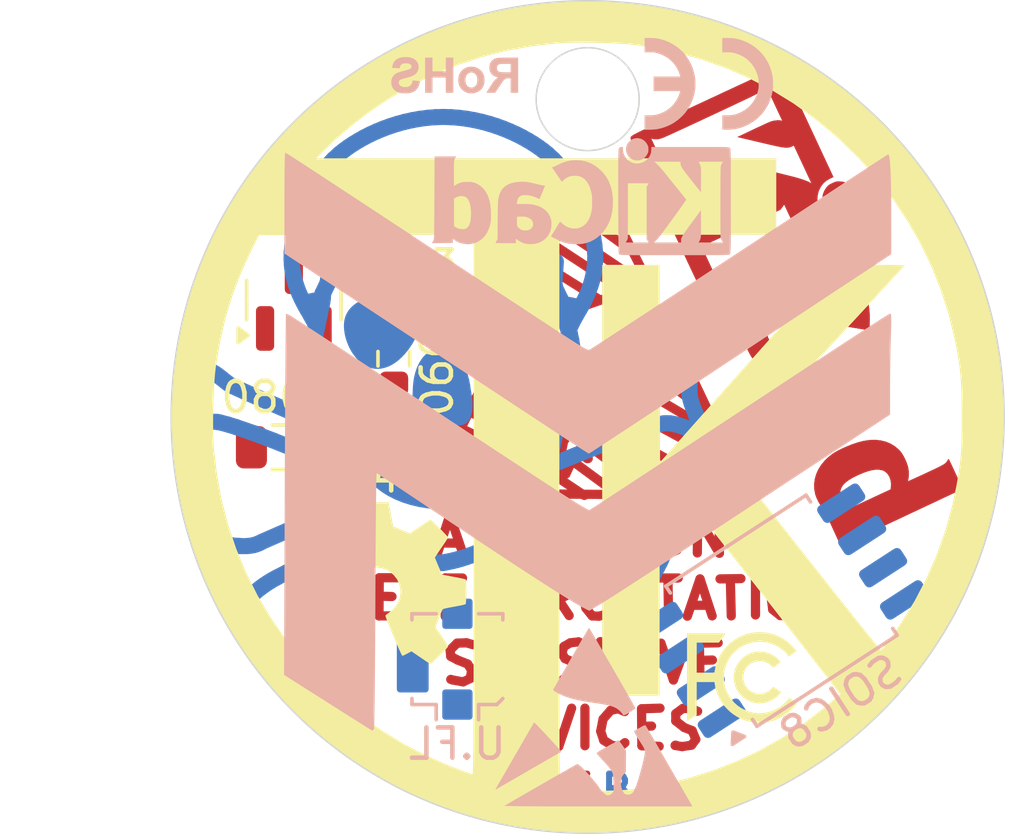
<source format=kicad_pcb>
(kicad_pcb (version 20241229) (generator "pcbnew") (generator_version "9.0")
  (layers (0 "F.Cu" signal) (2 "B.Cu" signal) (13 "F.Paste" user) (15 "B.Paste" user) (5 "F.SilkS" user "F.Silkscreen") (7 "B.SilkS" user "B.Silkscreen") (1 "F.Mask" user) (3 "B.Mask" user) (25 "Edge.Cuts" user))
  (net 0 "")
  (footprint "Symbol:KiCad-Logo_6mm_Copper" (layer "F.Cu") (at 141.642265 95.2 -65)
    (property "Reference" "REF**" (hide yes))
    (property "Value" "KiCad-Logo_6mm_Copper" (hide yes))
  )
  (footprint "Resistor_SMD:R_0603_1608Metric" (layer "F.Cu") (at 127.9 96.875 -90)
    (property "Reference" "0603")
    (property "Value" "R_0603_1608Metric")
  )
  (footprint "Symbol:OSHW-Symbol_6.7x6mm_SilkScreen" (layer "F.Cu") (at 127.3 104.3)
    (property "Reference" "REF**" (hide yes))
    (property "Value" "OSHW-Symbol_6.7x6mm_SilkScreen" (hide yes))
  )
  (footprint "Resistor_SMD:R_0805_2012Metric" (layer "F.Cu") (at 124.1125 99.8)
    (property "Reference" "0805")
    (property "Value" "R_0805_2012Metric")
  )
  (footprint "Symbol:FCC-Logo_7.3x6mm_SilkScreen" (layer "F.Cu") (at 139.4 107.4)
    (property "Reference" "REF**" (hide yes))
    (property "Value" "FCC-Logo_7.3x6mm_SilkScreen" (hide yes))
  )
  (footprint "Symbol:Symbol_ESD-Logo-Text_CopperTop" (layer "F.Cu") (at 134.210103 98)
    (property "Reference" "ESDbaby" (hide yes))
    (property "Value" "Symbol_ESD-Logo-Text_CopperTop")
  )
  (footprint "Logos:TK_logo" (layer "F.Cu") (at 134.3 98.8)
    (property "Reference" "TK" (hide yes))
    (property "Value" "LOGO" (hide yes))
  )
  (footprint "Symbol:LayerMarker_2_3.81x2.54mm_TextH1mm_P1.27mm_Named" (layer "F.Cu") (at 134 112.4)
    (property "Reference" "REF**" (hide yes))
    (property "Value" "LayerMarker_2_3.81x2.54mm_TextH1mm_P1.27mm_Named" (hide yes))
  )
  (footprint "Package_TO_SOT_SMD:SOT-23" (layer "F.Cu") (at 124.6 94.9375 90)
    (property "Reference" "SOT-23")
    (property "Value" "SOT-23")
  )
  (footprint "Resistor_SMD:R_0402_1005Metric" (layer "F.Cu") (at 128.1 99.6 180)
    (property "Reference" "0402")
    (property "Value" "R_0402_1005Metric")
  )
  (footprint "Symbol:ESD-Logo_6.6x6mm_SilkScreen" (layer "B.Cu") (at 134.5 108.7 180)
    (property "Reference" "REF**" (hide yes))
    (property "Value" "ESD-Logo_6.6x6mm_SilkScreen" (hide yes))
  )
  (footprint "Symbol:Symbol_Danger_18x16mm_Copper" (layer "B.Cu") (at 129.540627 96.723436 180)
    (property "Reference" "MVvKostce" (hide yes))
    (property "Value" "Symbol_Danger_18x16mm_Copper" (hide yes))
  )
  (footprint "Package_SO:SOIC-8_5.3x5.3mm_P1.27mm" (layer "B.Cu") (at 140.7 105.2 33)
    (property "Reference" "SOIC8")
    (property "Value" "SOIC-8_5.3x5.3mm_P1.27mm")
  )
  (footprint "Symbol:KiCad-Logo_6mm_SilkScreen" (layer "B.Cu") (at 134.1 91.5 180)
    (property "Reference" "REF**" (hide yes))
    (property "Value" "KiCad-Logo_6mm_SilkScreen" (hide yes))
  )
  (footprint "Logos:MV_logo" (layer "B.Cu") (at 134.301818 99.6 180)
    (property "Reference" "MV" (hide yes))
    (property "Value" "LOGO" (hide yes))
  )
  (footprint "Symbol:RoHS-Logo_6mm_SilkScreen" (layer "B.Cu") (at 129.9 87.5 180)
    (property "Reference" "REF**" (hide yes))
    (property "Value" "RoHS-Logo_6mm_SilkScreen" (hide yes))
  )
  (footprint "Symbol:CE-Logo_8.5x6mm_SilkScreen" (layer "B.Cu") (at 138.3 87.8)
    (property "Reference" "REF**" (hide yes))
    (property "Value" "CE-Logo_8.5x6mm_SilkScreen" (hide yes))
  )
  (footprint "Connector_Coaxial:U.FL_Molex_MCRF_73412-0110_Vertical" (layer "B.Cu") (at 130 106.8)
    (property "Reference" "U.FL")
    (property "Value" "U.FL_Molex_MCRF_73412-0110_Vertical")
  )
  (gr_circle (center 134.300273 88.3) (end 136.000273 88.3) (stroke (width 0.05)) (fill no) (layer "Edge.Cuts"))
  (gr_circle (center 134.3 98.8) (end 148.05 98.8) (stroke (width 0.05)) (fill no) (layer "Edge.Cuts"))
)
</source>
